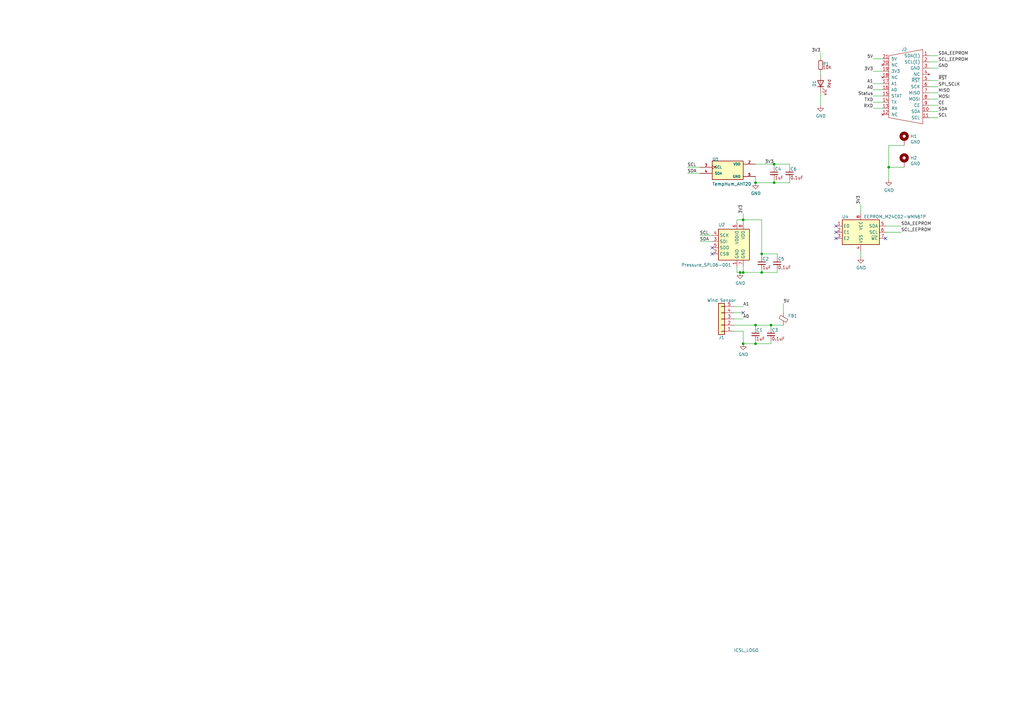
<source format=kicad_sch>
(kicad_sch (version 20211123) (generator eeschema)
  (paper "A3")
  (lib_symbols
    (symbol "Connector_Generic:Conn_01x05" (pin_names (offset 1.016) hide)
      (property "Reference" "J" (at 0 7.62 0))
      (property "Value" "Conn_01x05" (at 0 -7.62 0))
      (symbol "Conn_01x05_1_1"
        (rectangle (start -1.27 -4.953) (end 0 -5.207) (stroke (width 0.1524)))
        (rectangle (start -1.27 -2.413) (end 0 -2.667) (stroke (width 0.1524)))
        (rectangle (start -1.27 0.127) (end 0 -0.127) (stroke (width 0.1524)))
        (rectangle (start -1.27 2.667) (end 0 2.413) (stroke (width 0.1524)))
        (rectangle (start -1.27 5.207) (end 0 4.953) (stroke (width 0.1524)))
        (rectangle (start -1.27 6.35) (end 1.27 -6.35) (stroke (width 0.254)) (fill (type background)))
        (pin passive line (at -5.08 5.08 0) (length 3.81) (name "Pin_1") (number "1"))
        (pin passive line (at -5.08 2.54 0) (length 3.81) (name "Pin_2") (number "2"))
        (pin passive line (at -5.08 0 0) (length 3.81) (name "Pin_3") (number "3"))
        (pin passive line (at -5.08 -2.54 0) (length 3.81) (name "Pin_4") (number "4"))
        (pin passive line (at -5.08 -5.08 0) (length 3.81) (name "Pin_5") (number "5"))
      )
    )
    (symbol "ICSL:Amphenol_91911-31321_plug" (pin_names (offset 1.016))
      (property "Reference" "J" (at 0 12.7 0))
      (symbol "Amphenol_91911-31321_plug_0_1"
        (polyline (pts (xy 7.62 -17.78) (xy 7.62 12.7)))
        (polyline (pts (xy 7.62 12.7) (xy -6.35 10.16) (xy -6.35 -15.24) (xy 7.62 -17.78)))
      )
      (symbol "Amphenol_91911-31321_plug_1_1"
        (pin bidirectional line (at 10.16 10.16 180) (length 2.54) (name "SDA(E)") (number "1"))
        (pin bidirectional line (at 10.16 -12.7 180) (length 2.54) (name "SDA") (number "10"))
        (pin output line (at 10.16 -15.24 180) (length 2.54) (name "SCL") (number "11"))
        (pin no_connect line (at -8.89 -13.97 0) (length 2.54) (name "NC") (number "12"))
        (pin input line (at -8.89 -11.43 0) (length 2.54) (name "RX") (number "13"))
        (pin output line (at -8.89 -8.89 0) (length 2.54) (name "TX") (number "14"))
        (pin input line (at -8.89 -6.35 0) (length 2.54) (name "STAT") (number "15"))
        (pin input line (at -8.89 -3.81 0) (length 2.54) (name "A0") (number "16"))
        (pin input line (at -8.89 -1.27 0) (length 2.54) (name "A1") (number "17"))
        (pin no_connect line (at -8.89 1.27 0) (length 2.54) (name "NC") (number "18"))
        (pin power_out line (at -8.89 3.81 0) (length 2.54) (name "3V3") (number "19"))
        (pin output line (at 10.16 7.62 180) (length 2.54) (name "SCL(E)") (number "2"))
        (pin no_connect line (at -8.89 6.35 0) (length 2.54) (name "NC") (number "20"))
        (pin power_out line (at -8.89 8.89 0) (length 2.54) (name "5V") (number "21"))
        (pin power_out line (at 10.16 5.08 180) (length 2.54) (name "GND") (number "3"))
        (pin no_connect line (at 10.16 2.54 180) (length 2.54) (name "NC") (number "4"))
        (pin output line (at 10.16 0 180) (length 2.54) (name "~{RST}") (number "5"))
        (pin output line (at 10.16 -2.54 180) (length 2.54) (name "SCK") (number "6"))
        (pin input line (at 10.16 -5.08 180) (length 2.54) (name "MISO") (number "7"))
        (pin output line (at 10.16 -7.62 180) (length 2.54) (name "MOSI") (number "8"))
        (pin output line (at 10.16 -10.16 180) (length 2.54) (name "CE") (number "9"))
      )
    )
    (symbol "ICSL:ICSL_LOGO"
      (property "Value" "ICSL_LOGO" (at 0 0 0))
    )
    (symbol "Mechanical:MountingHole_Pad" (pin_numbers hide) (pin_names (offset 1.016) hide)
      (property "Reference" "H" (at 0 6.35 0))
      (property "Value" "MountingHole_Pad" (at 0 4.445 0))
      (symbol "MountingHole_Pad_0_1"
        (circle (center 0 1.27) (radius 1.27) (stroke (width 1.27)))
      )
      (symbol "MountingHole_Pad_1_1"
        (pin input line (at 0 -2.54 90) (length 2.54) (name "1") (number "1"))
      )
    )
    (symbol "jlcsmt-ic:EEPROM_M24C02-WMN6TP"
      (property "Reference" "U" (at -6.35 6.35 0))
      (property "Value" "EEPROM_M24C02-WMN6TP" (at 13.97 6.35 0))
      (symbol "EEPROM_M24C02-WMN6TP_0_1"
        (rectangle (start -7.62 5.08) (end 7.62 -5.08) (stroke (width 0.254)) (fill (type background)))
      )
      (symbol "EEPROM_M24C02-WMN6TP_1_1"
        (pin input line (at -10.16 2.54 0) (length 2.54) (name "E0") (number "1"))
        (pin input line (at -10.16 0 0) (length 2.54) (name "E1") (number "2"))
        (pin input line (at -10.16 -2.54 0) (length 2.54) (name "E2") (number "3"))
        (pin power_in line (at 0 -7.62 90) (length 2.54) (name "VSS") (number "4"))
        (pin bidirectional line (at 10.16 2.54 180) (length 2.54) (name "SDA") (number "5"))
        (pin input line (at 10.16 0 180) (length 2.54) (name "SCL") (number "6"))
        (pin input line (at 10.16 -2.54 180) (length 2.54) (name "~{WC}") (number "7"))
        (pin power_in line (at 0 7.62 270) (length 2.54) (name "VCC") (number "8"))
      )
    )
    (symbol "jlcsmt-rcl:B_0805_600R" (pin_numbers hide) (pin_names (offset 0))
      (property "Reference" "FB" (at 1.905 1.27 0))
      (symbol "B_0805_600R_0_1"
        (polyline (pts (xy 0 -1.27) (xy 0 -0.7874)))
        (polyline (pts (xy 0 0.889) (xy 0 1.2954)))
        (polyline (pts (xy -1.8288 0.2794) (xy -1.1176 1.4986) (xy 1.8288 -0.2032) (xy 1.1176 -1.4224) (xy -1.8288 0.2794)))
      )
      (symbol "B_0805_600R_1_1"
        (pin passive line (at 0 2.54 270) (length 1.27) (name "~") (number "1"))
        (pin passive line (at 0 -2.54 90) (length 1.27) (name "~") (number "2"))
      )
    )
    (symbol "jlcsmt-rcl:C_0402_0.1uF_16V" (pin_numbers hide) (pin_names (offset 0.254) hide)
      (property "Reference" "C" (at 0.254 1.778 0))
      (symbol "C_0402_0.1uF_16V_0_0"
        (text "0.1uF" (at 0.254 -1.778 0) (effects (font (size 1.27 1.27)) (justify left)))
      )
      (symbol "C_0402_0.1uF_16V_0_1"
        (polyline (pts (xy -1.524 -0.508) (xy 1.524 -0.508)) (stroke (width 0.3302)))
        (polyline (pts (xy -1.524 0.508) (xy 1.524 0.508)) (stroke (width 0.3048)))
      )
      (symbol "C_0402_0.1uF_16V_1_1"
        (pin passive line (at 0 2.54 270) (length 2.032) (name "~") (number "1"))
        (pin passive line (at 0 -2.54 90) (length 2.032) (name "~") (number "2"))
      )
    )
    (symbol "jlcsmt-rcl:C_0402_1uF_25V" (pin_numbers hide) (pin_names (offset 0.254) hide)
      (property "Reference" "C" (at 0.254 1.778 0))
      (symbol "C_0402_1uF_25V_0_0"
        (text "1uF" (at 0.254 -1.778 0) (effects (font (size 1.27 1.27)) (justify left)))
      )
      (symbol "C_0402_1uF_25V_0_1"
        (polyline (pts (xy -1.524 -0.508) (xy 1.524 -0.508)) (stroke (width 0.3302)))
        (polyline (pts (xy -1.524 0.508) (xy 1.524 0.508)) (stroke (width 0.3048)))
      )
      (symbol "C_0402_1uF_25V_1_1"
        (pin passive line (at 0 2.54 270) (length 2.032) (name "~") (number "1"))
        (pin passive line (at 0 -2.54 90) (length 2.032) (name "~") (number "2"))
      )
    )
    (symbol "jlcsmt-rcl:LED_0603_Red" (pin_numbers hide) (pin_names (offset 1.016) hide)
      (property "Reference" "D" (at 0 2.54 0))
      (symbol "LED_0603_Red_0_0"
        (text "Red" (at 0 -3.556 0) (effects (font (size 1.27 1.27))))
      )
      (symbol "LED_0603_Red_0_1"
        (polyline (pts (xy -1.27 -1.27) (xy -1.27 1.27)) (stroke (width 0.254)))
        (polyline (pts (xy -1.27 0) (xy 1.27 0)))
        (polyline (pts (xy 1.27 -1.27) (xy 1.27 1.27) (xy -1.27 0) (xy 1.27 -1.27)) (stroke (width 0.254)))
        (polyline (pts (xy -3.048 -0.762) (xy -4.572 -2.286) (xy -3.81 -2.286) (xy -4.572 -2.286) (xy -4.572 -1.524)))
        (polyline (pts (xy -1.778 -0.762) (xy -3.302 -2.286) (xy -2.54 -2.286) (xy -3.302 -2.286) (xy -3.302 -1.524)))
      )
      (symbol "LED_0603_Red_1_1"
        (pin passive line (at -3.81 0 0) (length 2.54) (name "K") (number "1"))
        (pin passive line (at 3.81 0 180) (length 2.54) (name "A") (number "2"))
      )
    )
    (symbol "jlcsmt-rcl:R_0402_10K" (pin_numbers hide) (pin_names (offset 0.254) hide)
      (property "Reference" "R" (at 0.762 0.508 0))
      (symbol "R_0402_10K_0_0"
        (text "10K" (at 0.762 -1.016 0) (effects (font (size 1.27 1.27)) (justify left)))
      )
      (symbol "R_0402_10K_0_1"
        (rectangle (start -0.762 1.778) (end 0.762 -1.778) (stroke (width 0.2032)))
      )
      (symbol "R_0402_10K_1_1"
        (pin passive line (at 0 2.54 270) (length 0.762) (name "~") (number "1"))
        (pin passive line (at 0 -2.54 90) (length 0.762) (name "~") (number "2"))
      )
    )
    (symbol "jlcsmt-sensors:Pressure_SPL06-001"
      (property "Reference" "U" (at -7.62 10.16 0))
      (property "Value" "Pressure_SPL06-001" (at 5.08 10.16 0))
      (symbol "Pressure_SPL06-001_0_1"
        (rectangle (start -7.62 -5.08) (end 5.08 7.62) (stroke (width 0.254)) (fill (type background)))
      )
      (symbol "Pressure_SPL06-001_1_1"
        (pin power_in line (at 0 -7.62 90) (length 2.54) (name "GND") (number "1"))
        (pin input line (at -10.16 -2.54 0) (length 2.54) (name "CSB") (number "2"))
        (pin bidirectional line (at -10.16 2.54 0) (length 2.54) (name "SDI") (number "3"))
        (pin input line (at -10.16 5.08 0) (length 2.54) (name "SCK") (number "4"))
        (pin bidirectional line (at -10.16 0 0) (length 2.54) (name "SDO") (number "5"))
        (pin power_in line (at 0 10.16 270) (length 2.54) (name "VDDIO") (number "6"))
        (pin power_in line (at 2.54 -7.62 90) (length 2.54) (name "GND") (number "7"))
        (pin power_in line (at 2.54 10.16 270) (length 2.54) (name "VDD") (number "8"))
      )
    )
    (symbol "jlcsmt-sensors:TempHum_AHT20" (pin_names (offset 1.016))
      (property "Reference" "U" (at -6.35 3.81 0))
      (property "Value" "TempHum_AHT20" (at -6.35 -6.35 0))
      (symbol "TempHum_AHT20_0_0"
        (rectangle (start -6.35 3.81) (end 6.35 -3.81) (stroke (width 0.254)) (fill (type background)))
        (pin no_connect line (at 11.43 -0.635 180) (length 5.08) hide (name "NC") (number "1"))
        (pin power_in line (at 11.43 2.54 180) (length 5.08) (name "VDD") (number "2"))
        (pin input clock (at -11.43 1.27 0) (length 5.08) (name "SCL") (number "3"))
        (pin bidirectional line (at -11.43 -1.27 0) (length 5.08) (name "SDA") (number "4"))
        (pin power_in line (at 11.43 -2.54 180) (length 5.08) (name "GND") (number "5"))
        (pin no_connect line (at 11.43 0.635 180) (length 5.08) hide (name "NC") (number "6"))
      )
    )
    (symbol "power:GND" (power) (pin_names (offset 0))
      (property "Value" "GND" (at 0 -3.81 0))
      (symbol "GND_0_1"
        (polyline (pts (xy 0 0) (xy 0 -1.27) (xy 1.27 -1.27) (xy 0 -2.54) (xy -1.27 -1.27) (xy 0 -1.27)))
      )
      (symbol "GND_1_1"
        (pin power_in line (at 0 0 270) (length 0) hide (name "GND") (number "1"))
      )
    )
  )
  (junction (at 364.49 68.58))
  (junction (at 304.8 111.76))
  (junction (at 316.23 133.35))
  (junction (at 309.88 74.93))
  (junction (at 304.8 140.97))
  (junction (at 304.8 90.17))
  (junction (at 312.42 104.14))
  (junction (at 309.88 140.97))
  (junction (at 317.5 67.31))
  (junction (at 317.5 74.93))
  (junction (at 303.53 111.76))
  (junction (at 309.88 133.35))
  (junction (at 312.42 111.76))
  (no_connect (at 292.1 101.6))
  (no_connect (at 292.1 104.14))
  (no_connect (at 363.22 97.79))
  (no_connect (at 342.9 97.79))
  (no_connect (at 342.9 92.71))
  (no_connect (at 342.9 95.25))
  (no_connect (at 304.8 128.27))
  (wire (pts (xy 287.02 96.52) (xy 292.1 96.52)))
  (wire (pts (xy 358.14 29.21) (xy 361.95 29.21)))
  (wire (pts (xy 281.94 71.12) (xy 287.02 71.12)))
  (wire (pts (xy 317.5 67.31) (xy 317.5 68.58)))
  (wire (pts (xy 304.8 111.76) (xy 303.53 111.76)))
  (wire (pts (xy 309.88 133.35) (xy 316.23 133.35)))
  (wire (pts (xy 364.49 73.66) (xy 364.49 68.58)))
  (wire (pts (xy 358.14 41.91) (xy 361.95 41.91)))
  (wire (pts (xy 317.5 67.31) (xy 323.85 67.31)))
  (wire (pts (xy 381 22.86) (xy 384.81 22.86)))
  (wire (pts (xy 316.23 140.97) (xy 309.88 140.97)))
  (wire (pts (xy 316.23 139.7) (xy 316.23 140.97)))
  (wire (pts (xy 316.23 133.35) (xy 321.31 133.35)))
  (wire (pts (xy 304.8 135.89) (xy 304.8 140.97)))
  (wire (pts (xy 363.22 92.71) (xy 369.57 92.71)))
  (wire (pts (xy 302.26 109.22) (xy 302.26 111.76)))
  (wire (pts (xy 323.85 74.93) (xy 317.5 74.93)))
  (wire (pts (xy 358.14 44.45) (xy 361.95 44.45)))
  (wire (pts (xy 364.49 59.69) (xy 370.84 59.69)))
  (wire (pts (xy 381 43.18) (xy 384.81 43.18)))
  (wire (pts (xy 309.88 74.93) (xy 309.88 72.39)))
  (wire (pts (xy 281.94 68.58) (xy 287.02 68.58)))
  (wire (pts (xy 381 35.56) (xy 384.81 35.56)))
  (wire (pts (xy 304.8 87.63) (xy 304.8 90.17)))
  (wire (pts (xy 381 45.72) (xy 384.81 45.72)))
  (wire (pts (xy 300.99 130.81) (xy 304.8 130.81)))
  (wire (pts (xy 304.8 109.22) (xy 304.8 111.76)))
  (wire (pts (xy 304.8 90.17) (xy 302.26 90.17)))
  (wire (pts (xy 312.42 110.49) (xy 312.42 111.76)))
  (wire (pts (xy 309.88 133.35) (xy 309.88 134.62)))
  (wire (pts (xy 381 27.94) (xy 384.81 27.94)))
  (wire (pts (xy 318.77 111.76) (xy 318.77 110.49)))
  (wire (pts (xy 317.5 74.93) (xy 317.5 73.66)))
  (wire (pts (xy 312.42 111.76) (xy 318.77 111.76)))
  (wire (pts (xy 309.88 140.97) (xy 309.88 139.7)))
  (wire (pts (xy 304.8 90.17) (xy 304.8 91.44)))
  (wire (pts (xy 300.99 128.27) (xy 304.8 128.27)))
  (wire (pts (xy 381 40.64) (xy 384.81 40.64)))
  (wire (pts (xy 358.14 34.29) (xy 361.95 34.29)))
  (wire (pts (xy 304.8 135.89) (xy 300.99 135.89)))
  (wire (pts (xy 364.49 68.58) (xy 370.84 68.58)))
  (wire (pts (xy 300.99 125.73) (xy 304.8 125.73)))
  (wire (pts (xy 381 38.1) (xy 384.81 38.1)))
  (wire (pts (xy 381 33.02) (xy 384.81 33.02)))
  (wire (pts (xy 318.77 105.41) (xy 318.77 104.14)))
  (wire (pts (xy 381 48.26) (xy 384.81 48.26)))
  (wire (pts (xy 300.99 133.35) (xy 309.88 133.35)))
  (wire (pts (xy 364.49 68.58) (xy 364.49 59.69)))
  (wire (pts (xy 358.14 24.13) (xy 361.95 24.13)))
  (wire (pts (xy 358.14 36.83) (xy 361.95 36.83)))
  (wire (pts (xy 323.85 73.66) (xy 323.85 74.93)))
  (wire (pts (xy 312.42 104.14) (xy 312.42 90.17)))
  (wire (pts (xy 381 25.4) (xy 384.81 25.4)))
  (wire (pts (xy 312.42 105.41) (xy 312.42 104.14)))
  (wire (pts (xy 336.55 29.21) (xy 336.55 30.48)))
  (wire (pts (xy 304.8 140.97) (xy 309.88 140.97)))
  (wire (pts (xy 309.88 74.93) (xy 317.5 74.93)))
  (wire (pts (xy 363.22 95.25) (xy 369.57 95.25)))
  (wire (pts (xy 323.85 67.31) (xy 323.85 68.58)))
  (wire (pts (xy 304.8 111.76) (xy 312.42 111.76)))
  (wire (pts (xy 358.14 39.37) (xy 361.95 39.37)))
  (wire (pts (xy 287.02 99.06) (xy 292.1 99.06)))
  (wire (pts (xy 321.31 124.46) (xy 321.31 128.27)))
  (wire (pts (xy 353.06 105.41) (xy 353.06 102.87)))
  (wire (pts (xy 302.26 90.17) (xy 302.26 91.44)))
  (wire (pts (xy 316.23 133.35) (xy 316.23 134.62)))
  (wire (pts (xy 312.42 90.17) (xy 304.8 90.17)))
  (wire (pts (xy 312.42 104.14) (xy 318.77 104.14)))
  (wire (pts (xy 336.55 43.18) (xy 336.55 38.1)))
  (wire (pts (xy 303.53 111.76) (xy 302.26 111.76)))
  (wire (pts (xy 309.88 67.31) (xy 317.5 67.31)))
  (wire (pts (xy 336.55 21.59) (xy 336.55 24.13)))
  (wire (pts (xy 353.06 83.82) (xy 353.06 87.63)))
  (label "SDA" (at 287.02 99.06 0))
  (label "SDA_EEPROM" (at 369.57 92.71 0))
  (label "SDA_EEPROM" (at 384.81 22.86 0))
  (label "SDA" (at 281.94 71.12 0))
  (label "A0" (at 304.8 130.81 0))
  (label "3V3" (at 358.14 29.21 180))
  (label "3V3" (at 313.69 67.31 0))
  (label "SPI_SCLK" (at 384.81 35.56 0))
  (label "GND" (at 384.81 27.94 0))
  (label "3V3" (at 353.06 83.82 90))
  (label "SCL" (at 287.02 96.52 0))
  (label "A0" (at 358.14 36.83 180))
  (label "MOSI" (at 384.81 40.64 0))
  (label "5V" (at 321.31 124.46 0))
  (label "~{RST}" (at 384.81 33.02 0))
  (label "5V" (at 358.14 24.13 180))
  (label "MISO" (at 384.81 38.1 0))
  (label "A1" (at 358.14 34.29 180))
  (label "3V3" (at 304.8 87.63 90))
  (label "SDA" (at 384.81 45.72 0))
  (label "CE" (at 384.81 43.18 0))
  (label "SCL" (at 281.94 68.58 0))
  (label "TXD" (at 358.14 41.91 180))
  (label "Status" (at 358.14 39.37 180))
  (label "RXD" (at 358.14 44.45 180))
  (label "A1" (at 304.8 125.73 0))
  (label "3V3" (at 336.55 21.59 180))
  (label "SCL_EEPROM" (at 384.81 25.4 0))
  (label "SCL" (at 384.81 48.26 0))
  (label "SCL_EEPROM" (at 369.57 95.25 0))
  (symbol (lib_id "Mechanical:MountingHole_Pad") (at 370.84 57.15 0) (unit 1)
    (property "Reference" "H1" (at 373.38 55.9054 0) (effects (justify left)))
    (property "Value" "GND" (at 373.38 58.2168 0) (effects (justify left)))
    (property "Footprint" "ICSL:M1502-B-2545-AL-TOP" (effects hide))
  )
  (symbol (lib_id "Mechanical:MountingHole_Pad") (at 370.84 66.04 0) (unit 1)
    (property "Reference" "H2" (at 373.38 64.7954 0) (effects (justify left)))
    (property "Value" "GND" (at 373.38 67.1068 0) (effects (justify left)))
    (property "Footprint" "ICSL:M1502-B-2545-AL-TOP" (effects hide))
  )
  (symbol (lib_id "power:GND") (at 364.49 73.66 0) (unit 1)
    (property "Reference" "#PWR06" (effects hide))
    (property "Value" "GND" (at 364.617 78.0542 0))
  )
  (symbol (lib_id "ICSL:Amphenol_91911-31321_plug") (at 370.84 33.02 0) (unit 1)
    (property "Reference" "J2" (at 370.84 20.32 0))
    (property "Value" "Amphenol_91911-31321_plug" (effects hide))
    (property "Footprint" "ICSL:Amphenol_91911-31321LF_PLUG" (effects hide))
    (property "Datasheet" "https://cdn.amphenol-icc.com/media/wysiwyg/files/drawing/91900.pdf" (effects hide))
    (property "LCSC" "C9900009023" (effects hide))
  )
  (symbol (lib_id "power:GND") (at 336.55 43.18 0) (unit 1)
    (property "Reference" "#PWR04" (effects hide))
    (property "Value" "GND" (at 336.677 47.5742 0))
  )
  (symbol (lib_id "jlcsmt-sensors:Pressure_SPL06-001") (at 302.26 101.6 0) (unit 1)
    (property "Reference" "U2" (at 294.64 91.44 0) (effects (justify left top)))
    (property "Value" "Pressure_SPL06-001" (at 279.4 107.95 0) (effects (justify left top)))
    (property "Footprint" "jlcsmt:SPL06-001" (effects hide))
    (property "Datasheet" "https://datasheet.lcsc.com/lcsc/2101201914_Goertek-SPL06-001_C2684428.pdf" (effects hide))
    (property "MFR" "Goertek" (effects hide))
    (property "MFR Part#" "SPL06-001" (effects hide))
    (property "LCSC" "C2684428" (effects hide))
  )
  (symbol (lib_id "jlcsmt-rcl:C_0402_0.1uF_16V") (at 318.77 107.95 0) (unit 1)
    (property "Reference" "C5" (at 319.024 106.172 0) (effects (justify left)))
    (property "Value" "C_0402_0.1uF_16V" (effects hide))
    (property "Footprint" "Capacitor_SMD:C_0402_1005Metric" (effects hide))
    (property "Datasheet" "https://datasheet.lcsc.com/lcsc/1810191219_Samsung-Electro-Mechanics-CL05B104KO5NNNC_C1525.pdf" (effects hide))
    (property "MFR" "Samsung Electro-Mechanics" (effects hide))
    (property "MFR Part#" "CL05B104KO5NNNC" (effects hide))
    (property "LCSC" "C1525" (effects hide))
  )
  (symbol (lib_id "jlcsmt-rcl:R_0402_10K") (at 336.55 26.67 0) (unit 1)
    (property "Reference" "R1" (at 337.312 26.162 0) (effects (justify left)))
    (property "Value" "R_0402_10K" (effects hide))
    (property "Footprint" "Resistor_SMD:R_0402_1005Metric" (effects hide))
    (property "Datasheet" "https://datasheet.lcsc.com/lcsc/2110260030_UNI-ROYAL-Uniroyal-Elec-0402WGF1002TCE_C25744.pdf" (effects hide))
    (property "MFR" "UNI-ROYAL(Uniroyal Elec)" (effects hide))
    (property "MFR Part#" "0402WGF1002TCE" (effects hide))
    (property "LCSC" "C25744" (effects hide))
  )
  (symbol (lib_id "jlcsmt-rcl:C_0402_1uF_25V") (at 312.42 107.95 0) (unit 1)
    (property "Reference" "C2" (at 312.674 106.172 0) (effects (justify left)))
    (property "Value" "C_0402_1uF_25V" (effects hide))
    (property "Footprint" "Capacitor_SMD:C_0402_1005Metric" (effects hide))
    (property "Datasheet" "https://datasheet.lcsc.com/lcsc/1811091611_Samsung-Electro-Mechanics-CL05A105KA5NQNC_C52923.pdf" (effects hide))
    (property "MFR" "Samsung Electro-Mechanics" (effects hide))
    (property "MFR Part#" "CL05A105KA5NQNC" (effects hide))
    (property "LCSC" "C52923" (effects hide))
  )
  (symbol (lib_id "ICSL:ICSL_LOGO") (at 306.07 266.7 0) (unit 1)
    (property "Reference" "U3" (effects hide))
    (property "Value" "ICSL_LOGO" (at 306.07 266.7 0))
    (property "Footprint" "ICSL:icsl_logo" (effects hide))
  )
  (symbol (lib_id "power:GND") (at 304.8 140.97 0) (unit 1)
    (property "Reference" "#PWR02" (effects hide))
    (property "Value" "GND" (at 304.927 145.3642 0))
  )
  (symbol (lib_id "power:GND") (at 309.88 74.93 0) (unit 1)
    (property "Reference" "#PWR03" (effects hide))
    (property "Value" "GND" (at 310.007 79.3242 0))
  )
  (symbol (lib_id "power:GND") (at 353.06 105.41 0) (unit 1)
    (property "Reference" "#PWR05" (effects hide))
    (property "Value" "GND" (at 353.187 109.8042 0))
  )
  (symbol (lib_id "jlcsmt-rcl:LED_0603_Red") (at 336.55 34.29 90) (unit 1)
    (property "Reference" "D1" (at 334.01 34.29 0))
    (property "Value" "LED_0603_Red" (effects hide))
    (property "Footprint" "jlcsmt:LED_0603_1608Metric" (effects hide))
    (property "Datasheet" "https://datasheet.lcsc.com/lcsc/1810231112_Hubei-KENTO-Elec-KT-0603R_C2286.pdf" (effects hide))
    (property "MFR" "Hubei KENTO Elec" (effects hide))
    (property "MFR Part#" "KT-0603R" (effects hide))
    (property "LCSC" "C2286" (effects hide))
  )
  (symbol (lib_id "jlcsmt-rcl:C_0402_0.1uF_16V") (at 316.23 137.16 0) (unit 1)
    (property "Reference" "C3" (at 316.484 135.382 0) (effects (justify left)))
    (property "Value" "C_0402_0.1uF_16V" (effects hide))
    (property "Footprint" "Capacitor_SMD:C_0402_1005Metric" (effects hide))
    (property "Datasheet" "https://datasheet.lcsc.com/lcsc/1810191219_Samsung-Electro-Mechanics-CL05B104KO5NNNC_C1525.pdf" (effects hide))
    (property "MFR" "Samsung Electro-Mechanics" (effects hide))
    (property "MFR Part#" "CL05B104KO5NNNC" (effects hide))
    (property "LCSC" "C1525" (effects hide))
  )
  (symbol (lib_id "power:GND") (at 303.53 111.76 0) (unit 1)
    (property "Reference" "#PWR01" (effects hide))
    (property "Value" "GND" (at 303.657 116.1542 0))
  )
  (symbol (lib_id "jlcsmt-ic:EEPROM_M24C02-WMN6TP") (at 353.06 95.25 0) (unit 1)
    (property "Reference" "U4" (at 346.71 88.9 0))
    (property "Value" "EEPROM_M24C02-WMN6TP" (at 367.03 88.9 0))
    (property "Footprint" "jlcsmt:SOIC-8_3.9x4.9mm_P1.27mm" (effects hide))
    (property "Datasheet" "https://datasheet.lcsc.com/lcsc/1809061818_STMicroelectronics-M24C02-WMN6TP_C7562.pdf" (effects hide))
    (property "MFR" "STMicroelectronics" (effects hide))
    (property "MFR Part#" "M24C02-WMN6TP" (effects hide))
    (property "LCSC" "C7562" (effects hide))
  )
  (symbol (lib_id "Connector_Generic:Conn_01x05") (at 295.91 130.81 180) (unit 1)
    (property "Reference" "J1" (at 295.91 138.43 0))
    (property "Value" "Wind Sensor" (at 295.91 123.19 0))
    (property "Footprint" "Connector_PinHeader_2.54mm:PinHeader_1x05_P2.54mm_Vertical" (effects hide))
  )
  (symbol (lib_id "jlcsmt-sensors:TempHum_AHT20") (at 298.45 69.85 0) (unit 1)
    (property "Reference" "U1" (at 292.1 66.04 0) (effects (justify left bottom)))
    (property "Value" "TempHum_AHT20" (at 292.1 76.2 0) (effects (justify left bottom)))
    (property "Footprint" "jlcsmt:AHT20" (effects hide))
    (property "Datasheet" "https://datasheet.lcsc.com/lcsc/2201111000_Aosong--Guangzhou-Elec-AHT20_C2757850.pdf" (effects hide))
    (property "MFR" "Aosong (Guangzhou) Elec" (effects hide))
    (property "MFR Part#" "AHT20" (effects hide))
    (property "LCSC" "C2757850" (effects hide))
  )
  (symbol (lib_id "jlcsmt-rcl:C_0402_1uF_25V") (at 317.5 71.12 0) (unit 1)
    (property "Reference" "C4" (at 317.754 69.342 0) (effects (justify left)))
    (property "Value" "C_0402_1uF_25V" (effects hide))
    (property "Footprint" "Capacitor_SMD:C_0402_1005Metric" (effects hide))
    (property "Datasheet" "https://datasheet.lcsc.com/lcsc/1811091611_Samsung-Electro-Mechanics-CL05A105KA5NQNC_C52923.pdf" (effects hide))
    (property "MFR" "Samsung Electro-Mechanics" (effects hide))
    (property "MFR Part#" "CL05A105KA5NQNC" (effects hide))
    (property "LCSC" "C52923" (effects hide))
  )
  (symbol (lib_id "jlcsmt-rcl:B_0805_600R") (at 321.31 130.81 0) (unit 1)
    (property "Reference" "FB1" (at 323.215 129.54 0) (effects (justify left)))
    (property "Value" "B_0805_600R" (effects hide))
    (property "Footprint" "Inductor_SMD:L_0805_2012Metric" (effects hide))
    (property "Datasheet" "https://datasheet.lcsc.com/lcsc/2109181830_Sunlord-GZ2012D601TF_C1017.pdf" (effects hide))
    (property "MFR" "Sunlord" (effects hide))
    (property "MFR Part#" "GZ2012D601TF" (effects hide))
    (property "LCSC" "C1017" (effects hide))
  )
  (symbol (lib_id "jlcsmt-rcl:C_0402_0.1uF_16V") (at 323.85 71.12 0) (unit 1)
    (property "Reference" "C6" (at 324.104 69.342 0) (effects (justify left)))
    (property "Value" "C_0402_0.1uF_16V" (effects hide))
    (property "Footprint" "Capacitor_SMD:C_0402_1005Metric" (effects hide))
    (property "Datasheet" "https://datasheet.lcsc.com/lcsc/1810191219_Samsung-Electro-Mechanics-CL05B104KO5NNNC_C1525.pdf" (effects hide))
    (property "MFR" "Samsung Electro-Mechanics" (effects hide))
    (property "MFR Part#" "CL05B104KO5NNNC" (effects hide))
    (property "LCSC" "C1525" (effects hide))
  )
  (symbol (lib_id "jlcsmt-rcl:C_0402_1uF_25V") (at 309.88 137.16 0) (unit 1)
    (property "Reference" "C1" (at 310.134 135.382 0) (effects (justify left)))
    (property "Value" "C_0402_1uF_25V" (effects hide))
    (property "Footprint" "Capacitor_SMD:C_0402_1005Metric" (effects hide))
    (property "Datasheet" "https://datasheet.lcsc.com/lcsc/1811091611_Samsung-Electro-Mechanics-CL05A105KA5NQNC_C52923.pdf" (effects hide))
    (property "MFR" "Samsung Electro-Mechanics" (effects hide))
    (property "MFR Part#" "CL05A105KA5NQNC" (effects hide))
    (property "LCSC" "C52923" (effects hide))
  )
)
</source>
